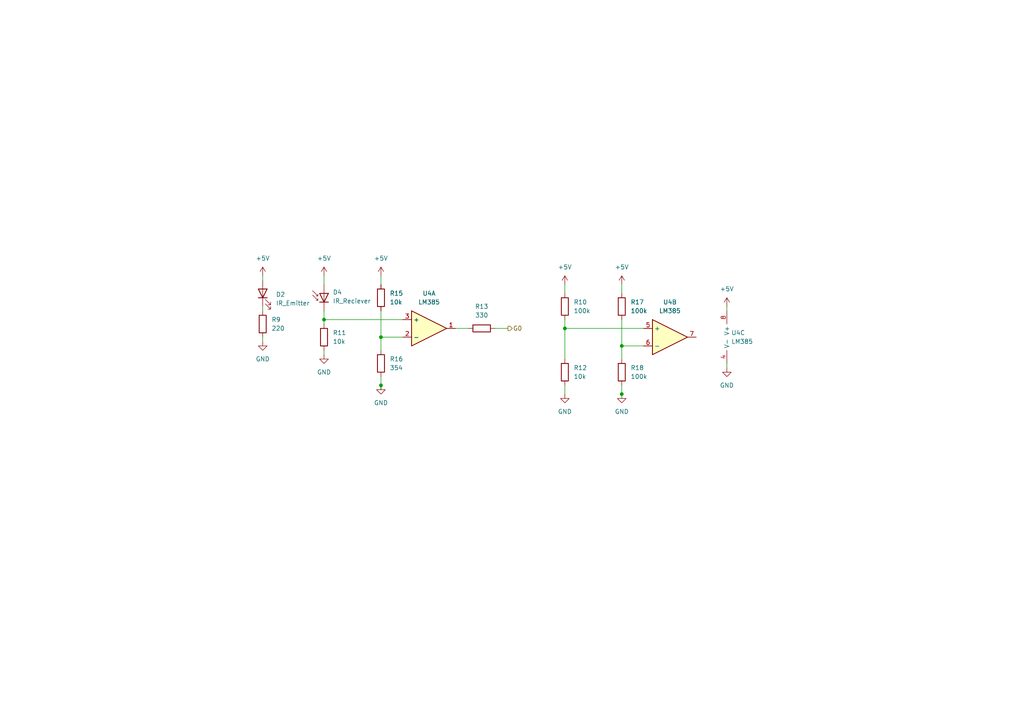
<source format=kicad_sch>
(kicad_sch (version 20230121) (generator eeschema)
  (paper "A4")
  (lib_symbols
    (symbol "Device:D_Photo" (pin_numbers hide) (pin_names hide)
      (property "Reference" "D" (at 0.508 1.778 0))
      (property "Value" "D_Photo" (at -1.016 -2.794 0))
      (symbol "D_Photo_0_1"
        (polyline (pts (xy -2.54 1.27) (xy -2.54 -1.27)) (stroke (width 0.254)))
        (polyline (pts (xy -2.032 1.778) (xy -1.524 1.778)))
        (polyline (pts (xy 0 0) (xy -2.54 0)))
        (polyline (pts (xy -0.508 3.302) (xy -2.032 1.778) (xy -2.032 2.286)))
        (polyline (pts (xy 0 -1.27) (xy 0 1.27) (xy -2.54 0) (xy 0 -1.27)) (stroke (width 0.254)))
        (polyline (pts (xy 0.762 3.302) (xy -0.762 1.778) (xy -0.762 2.286) (xy -0.762 1.778) (xy -0.254 1.778)))
      )
      (symbol "D_Photo_1_1"
        (pin passive line (at -5.08 0 0) (length 2.54) (name "K") (number "1"))
        (pin passive line (at 2.54 0 180) (length 2.54) (name "A") (number "2"))
      )
    )
    (symbol "Device:LED" (pin_numbers hide) (pin_names (offset 1.016) hide)
      (property "Reference" "D" (at 0 2.54 0))
      (property "Value" "LED" (at 0 -2.54 0))
      (symbol "LED_0_1"
        (polyline (pts (xy -1.27 -1.27) (xy -1.27 1.27)) (stroke (width 0.254)))
        (polyline (pts (xy -1.27 0) (xy 1.27 0)))
        (polyline (pts (xy 1.27 -1.27) (xy 1.27 1.27) (xy -1.27 0) (xy 1.27 -1.27)) (stroke (width 0.254)))
        (polyline (pts (xy -3.048 -0.762) (xy -4.572 -2.286) (xy -3.81 -2.286) (xy -4.572 -2.286) (xy -4.572 -1.524)))
        (polyline (pts (xy -1.778 -0.762) (xy -3.302 -2.286) (xy -2.54 -2.286) (xy -3.302 -2.286) (xy -3.302 -1.524)))
      )
      (symbol "LED_1_1"
        (pin passive line (at -3.81 0 0) (length 2.54) (name "K") (number "1"))
        (pin passive line (at 3.81 0 180) (length 2.54) (name "A") (number "2"))
      )
    )
    (symbol "Device:Opamp_Dual"
      (property "Reference" "U" (at 0 5.08 0))
      (property "Value" "Opamp_Dual" (at 0 -5.08 0))
      (symbol "Opamp_Dual_1_1"
        (polyline (pts (xy -5.08 5.08) (xy 5.08 0) (xy -5.08 -5.08) (xy -5.08 5.08)) (stroke (width 0.254)) (fill (type background)))
        (pin output line (at 7.62 0 180) (length 2.54) (name "~") (number "1"))
        (pin input line (at -7.62 -2.54 0) (length 2.54) (name "-") (number "2"))
        (pin input line (at -7.62 2.54 0) (length 2.54) (name "+") (number "3"))
      )
      (symbol "Opamp_Dual_2_1"
        (polyline (pts (xy -5.08 5.08) (xy 5.08 0) (xy -5.08 -5.08) (xy -5.08 5.08)) (stroke (width 0.254)) (fill (type background)))
        (pin input line (at -7.62 2.54 0) (length 2.54) (name "+") (number "5"))
        (pin input line (at -7.62 -2.54 0) (length 2.54) (name "-") (number "6"))
        (pin output line (at 7.62 0 180) (length 2.54) (name "~") (number "7"))
      )
      (symbol "Opamp_Dual_3_1"
        (pin power_in line (at -2.54 -7.62 90) (length 3.81) (name "V-") (number "4"))
        (pin power_in line (at -2.54 7.62 270) (length 3.81) (name "V+") (number "8"))
      )
    )
    (symbol "Device:R" (pin_numbers hide) (pin_names (offset 0))
      (property "Reference" "R" (at 2.032 0 90))
      (property "Value" "R" (at 0 0 90))
      (symbol "R_0_1"
        (rectangle (start -1.016 -2.54) (end 1.016 2.54) (stroke (width 0.254)))
      )
      (symbol "R_1_1"
        (pin passive line (at 0 3.81 270) (length 1.27) (name "~") (number "1"))
        (pin passive line (at 0 -3.81 90) (length 1.27) (name "~") (number "2"))
      )
    )
    (symbol "power:+5V" (power) (pin_names (offset 0))
      (property "Value" "+5V" (at 0 3.556 0))
      (symbol "+5V_0_1"
        (polyline (pts (xy -0.762 1.27) (xy 0 2.54)))
        (polyline (pts (xy 0 0) (xy 0 2.54)))
        (polyline (pts (xy 0 2.54) (xy 0.762 1.27)))
      )
      (symbol "+5V_1_1"
        (pin power_in line (at 0 0 90) (length 0) hide (name "+5V") (number "1"))
      )
    )
    (symbol "power:GND" (power) (pin_names (offset 0))
      (property "Value" "GND" (at 0 -3.81 0))
      (symbol "GND_0_1"
        (polyline (pts (xy 0 0) (xy 0 -1.27) (xy 1.27 -1.27) (xy 0 -2.54) (xy -1.27 -1.27) (xy 0 -1.27)))
      )
      (symbol "GND_1_1"
        (pin power_in line (at 0 0 270) (length 0) hide (name "GND") (number "1"))
      )
    )
  )
  (junction (at 93.98 92.71))
  (junction (at 180.34 114.3))
  (junction (at 180.34 100.33))
  (junction (at 110.49 97.79))
  (junction (at 163.83 95.25))
  (junction (at 110.49 111.76))
  (wire (pts (xy 180.34 104.14) (xy 180.34 100.33)))
  (wire (pts (xy 163.83 95.25) (xy 186.69 95.25)))
  (wire (pts (xy 93.98 92.71) (xy 116.84 92.71)))
  (wire (pts (xy 110.49 109.22) (xy 110.49 111.76)))
  (wire (pts (xy 180.34 111.76) (xy 180.34 114.3)))
  (wire (pts (xy 93.98 102.87) (xy 93.98 101.6)))
  (wire (pts (xy 76.2 80.01) (xy 76.2 81.28)))
  (wire (pts (xy 143.51 95.25) (xy 147.32 95.25)))
  (wire (pts (xy 110.49 90.17) (xy 110.49 97.79)))
  (wire (pts (xy 210.82 88.9) (xy 210.82 90.17)))
  (wire (pts (xy 93.98 93.98) (xy 93.98 92.71)))
  (wire (pts (xy 76.2 99.06) (xy 76.2 97.79)))
  (wire (pts (xy 93.98 80.01) (xy 93.98 82.55)))
  (wire (pts (xy 110.49 113.03) (xy 110.49 111.76)))
  (wire (pts (xy 210.82 106.68) (xy 210.82 105.41)))
  (wire (pts (xy 110.49 97.79) (xy 116.84 97.79)))
  (wire (pts (xy 163.83 92.71) (xy 163.83 95.25)))
  (wire (pts (xy 163.83 104.14) (xy 163.83 95.25)))
  (wire (pts (xy 180.34 82.55) (xy 180.34 85.09)))
  (wire (pts (xy 93.98 90.17) (xy 93.98 92.71)))
  (wire (pts (xy 163.83 114.3) (xy 163.83 111.76)))
  (wire (pts (xy 110.49 101.6) (xy 110.49 97.79)))
  (wire (pts (xy 76.2 90.17) (xy 76.2 88.9)))
  (wire (pts (xy 180.34 115.57) (xy 180.34 114.3)))
  (wire (pts (xy 135.89 95.25) (xy 132.08 95.25)))
  (wire (pts (xy 163.83 82.55) (xy 163.83 85.09)))
  (wire (pts (xy 110.49 80.01) (xy 110.49 82.55)))
  (wire (pts (xy 180.34 100.33) (xy 186.69 100.33)))
  (wire (pts (xy 180.34 92.71) (xy 180.34 100.33)))
  (hierarchical_label "G0" (shape output) (at 147.32 95.25 0))
  (symbol (lib_id "power:GND") (at 210.82 106.68 0) (unit 1)
    (property "Reference" "#PWR042" (effects hide))
    (property "Value" "GND" (at 210.82 111.76 0))
  )
  (symbol (lib_id "power:+5V") (at 163.83 82.55 0) (unit 1)
    (property "Reference" "#PWR035" (effects hide))
    (property "Value" "+5V" (at 163.83 77.47 0))
  )
  (symbol (lib_id "power:GND") (at 76.2 99.06 0) (unit 1)
    (property "Reference" "#PWR030" (effects hide))
    (property "Value" "GND" (at 76.2 104.14 0))
  )
  (symbol (lib_id "Device:R") (at 163.83 88.9 0) (unit 1)
    (property "Reference" "R10" (at 166.37 87.63 0) (effects (justify left)))
    (property "Value" "100k" (at 166.37 90.17 0) (effects (justify left)))
  )
  (symbol (lib_id "Device:Opamp_Dual") (at 213.36 97.79 0) (unit 3)
    (property "Reference" "U4" (at 212.09 96.52 0) (effects (justify left)))
    (property "Value" "LM385" (at 212.09 99.06 0) (effects (justify left)))
  )
  (symbol (lib_id "power:GND") (at 93.98 102.87 0) (unit 1)
    (property "Reference" "#PWR034" (effects hide))
    (property "Value" "GND" (at 93.98 107.95 0))
  )
  (symbol (lib_id "power:+5V") (at 210.82 88.9 0) (unit 1)
    (property "Reference" "#PWR041" (effects hide))
    (property "Value" "+5V" (at 210.82 83.82 0))
  )
  (symbol (lib_id "Device:LED") (at 76.2 85.09 90) (unit 1)
    (property "Reference" "D2" (at 80.01 85.4075 90) (effects (justify right)))
    (property "Value" "IR_Emitter" (at 80.01 87.9475 90) (effects (justify right)))
  )
  (symbol (lib_id "Device:R") (at 163.83 107.95 0) (unit 1)
    (property "Reference" "R12" (at 166.37 106.68 0) (effects (justify left)))
    (property "Value" "10k" (at 166.37 109.22 0) (effects (justify left)))
  )
  (symbol (lib_id "Device:Opamp_Dual") (at 194.31 97.79 0) (unit 2)
    (property "Reference" "U4" (at 194.31 87.63 0))
    (property "Value" "LM385" (at 194.31 90.17 0))
  )
  (symbol (lib_id "power:+5V") (at 76.2 80.01 0) (unit 1)
    (property "Reference" "#PWR029" (effects hide))
    (property "Value" "+5V" (at 76.2 74.93 0))
  )
  (symbol (lib_id "power:+5V") (at 93.98 80.01 0) (unit 1)
    (property "Reference" "#PWR033" (effects hide))
    (property "Value" "+5V" (at 93.98 74.93 0))
  )
  (symbol (lib_id "Device:D_Photo") (at 93.98 85.09 90) (unit 1)
    (property "Reference" "D4" (at 96.52 84.7725 90) (effects (justify right)))
    (property "Value" "IR_Reciever" (at 96.52 87.3125 90) (effects (justify right)))
  )
  (symbol (lib_id "Device:R") (at 76.2 93.98 0) (unit 1)
    (property "Reference" "R9" (at 78.74 92.71 0) (effects (justify left)))
    (property "Value" "220" (at 78.74 95.25 0) (effects (justify left)))
  )
  (symbol (lib_id "power:GND") (at 180.34 114.3 0) (unit 1)
    (property "Reference" "#PWR040" (effects hide))
    (property "Value" "GND" (at 180.34 119.38 0))
  )
  (symbol (lib_id "Device:R") (at 110.49 105.41 0) (unit 1)
    (property "Reference" "R16" (at 113.03 104.14 0) (effects (justify left)))
    (property "Value" "354" (at 113.03 106.68 0) (effects (justify left)))
  )
  (symbol (lib_id "Device:R") (at 93.98 97.79 0) (unit 1)
    (property "Reference" "R11" (at 96.52 96.52 0) (effects (justify left)))
    (property "Value" "10k" (at 96.52 99.06 0) (effects (justify left)))
  )
  (symbol (lib_id "power:+5V") (at 180.34 82.55 0) (unit 1)
    (property "Reference" "#PWR039" (effects hide))
    (property "Value" "+5V" (at 180.34 77.47 0))
  )
  (symbol (lib_id "Device:R") (at 180.34 88.9 0) (unit 1)
    (property "Reference" "R17" (at 182.88 87.63 0) (effects (justify left)))
    (property "Value" "100k" (at 182.88 90.17 0) (effects (justify left)))
  )
  (symbol (lib_id "Device:R") (at 139.7 95.25 90) (unit 1)
    (property "Reference" "R13" (at 139.7 88.9 90))
    (property "Value" "330" (at 139.7 91.44 90))
  )
  (symbol (lib_id "power:GND") (at 110.49 111.76 0) (unit 1)
    (property "Reference" "#PWR038" (effects hide))
    (property "Value" "GND" (at 110.49 116.84 0))
  )
  (symbol (lib_id "power:+5V") (at 110.49 80.01 0) (unit 1)
    (property "Reference" "#PWR037" (effects hide))
    (property "Value" "+5V" (at 110.49 74.93 0))
  )
  (symbol (lib_id "power:GND") (at 163.83 114.3 0) (unit 1)
    (property "Reference" "#PWR036" (effects hide))
    (property "Value" "GND" (at 163.83 119.38 0))
  )
  (symbol (lib_id "Device:R") (at 180.34 107.95 0) (unit 1)
    (property "Reference" "R18" (at 182.88 106.68 0) (effects (justify left)))
    (property "Value" "100k" (at 182.88 109.22 0) (effects (justify left)))
  )
  (symbol (lib_id "Device:R") (at 110.49 86.36 0) (unit 1)
    (property "Reference" "R15" (at 113.03 85.09 0) (effects (justify left)))
    (property "Value" "10k" (at 113.03 87.63 0) (effects (justify left)))
  )
  (symbol (lib_id "Device:Opamp_Dual") (at 124.46 95.25 0) (unit 1)
    (property "Reference" "U4" (at 124.46 85.09 0))
    (property "Value" "LM385" (at 124.46 87.63 0))
  )
)
</source>
